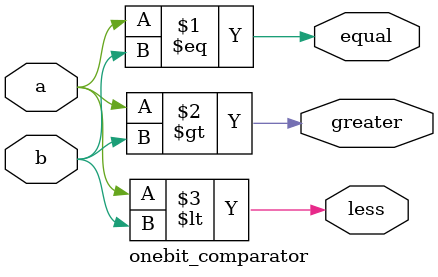
<source format=v>
module onebit_comparator(input a, input b, output equal, output greater, output less);
	assign equal = (a == b);
	assign greater = (a > b);
	assign less = (a < b);
endmodule


</source>
